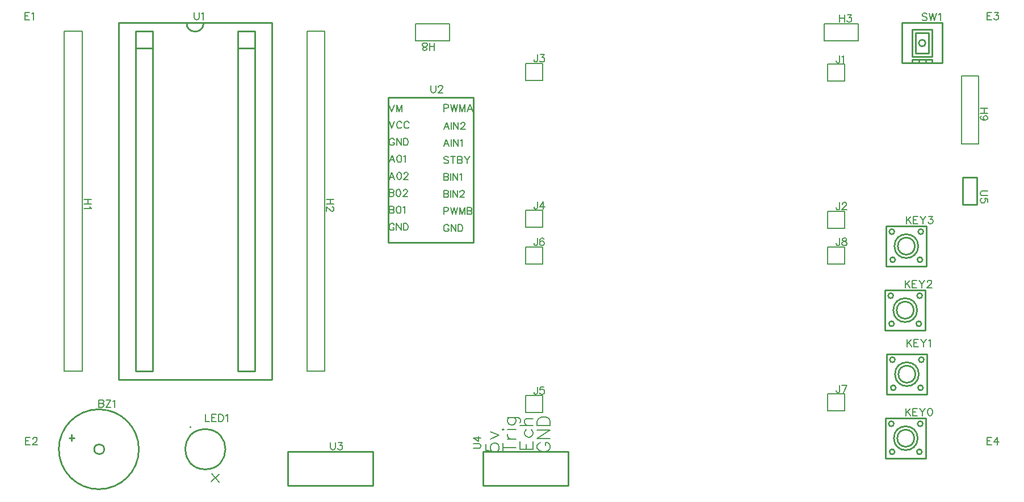
<source format=gto>
G04 Layer: TopSilkscreenLayer*
G04 EasyEDA v6.5.28, 2023-05-24 19:42:16*
G04 Gerber Generator version 0.2*
G04 Scale: 100 percent, Rotated: No, Reflected: No *
G04 Dimensions in millimeters *
G04 leading zeros omitted , absolute positions ,4 integer and 5 decimal *
%FSLAX45Y45*%
%MOMM*%

%ADD10C,0.1524*%
%ADD11C,0.2032*%
%ADD12C,0.2540*%
%ADD13C,0.2030*%

%LPD*%
D10*
X433600Y6795515D02*
G01*
X433600Y6686550D01*
X433600Y6795515D02*
G01*
X501164Y6795515D01*
X433600Y6743700D02*
G01*
X475256Y6743700D01*
X433600Y6686550D02*
G01*
X501164Y6686550D01*
X535454Y6774687D02*
G01*
X545868Y6780021D01*
X561362Y6795515D01*
X561362Y6686550D01*
X446300Y445515D02*
G01*
X446300Y336550D01*
X446300Y445515D02*
G01*
X513864Y445515D01*
X446300Y393700D02*
G01*
X487956Y393700D01*
X446300Y336550D02*
G01*
X513864Y336550D01*
X553234Y419607D02*
G01*
X553234Y424687D01*
X558568Y435102D01*
X563648Y440436D01*
X574062Y445515D01*
X594890Y445515D01*
X605304Y440436D01*
X610384Y435102D01*
X615718Y424687D01*
X615718Y414273D01*
X610384Y403860D01*
X599970Y388365D01*
X548154Y336550D01*
X620798Y336550D01*
X14784600Y6795515D02*
G01*
X14784600Y6686550D01*
X14784600Y6795515D02*
G01*
X14852164Y6795515D01*
X14784600Y6743700D02*
G01*
X14826256Y6743700D01*
X14784600Y6686550D02*
G01*
X14852164Y6686550D01*
X14896868Y6795515D02*
G01*
X14954018Y6795515D01*
X14922776Y6753860D01*
X14938270Y6753860D01*
X14948684Y6748779D01*
X14954018Y6743700D01*
X14959098Y6727952D01*
X14959098Y6717537D01*
X14954018Y6702044D01*
X14943604Y6691629D01*
X14928110Y6686550D01*
X14912362Y6686550D01*
X14896868Y6691629D01*
X14891534Y6696710D01*
X14886454Y6707123D01*
X14784600Y445515D02*
G01*
X14784600Y336550D01*
X14784600Y445515D02*
G01*
X14852164Y445515D01*
X14784600Y393700D02*
G01*
X14826256Y393700D01*
X14784600Y336550D02*
G01*
X14852164Y336550D01*
X14938270Y445515D02*
G01*
X14886454Y372871D01*
X14964432Y372871D01*
X14938270Y445515D02*
G01*
X14938270Y336550D01*
X1536700Y1004315D02*
G01*
X1536700Y895350D01*
X1536700Y1004315D02*
G01*
X1583436Y1004315D01*
X1598929Y999236D01*
X1604263Y993902D01*
X1609344Y983487D01*
X1609344Y973073D01*
X1604263Y962660D01*
X1598929Y957579D01*
X1583436Y952500D01*
X1536700Y952500D02*
G01*
X1583436Y952500D01*
X1598929Y947165D01*
X1604263Y942086D01*
X1609344Y931671D01*
X1609344Y915923D01*
X1604263Y905510D01*
X1598929Y900429D01*
X1583436Y895350D01*
X1536700Y895350D01*
X1716531Y1004315D02*
G01*
X1643634Y895350D01*
X1643634Y1004315D02*
G01*
X1716531Y1004315D01*
X1643634Y895350D02*
G01*
X1716531Y895350D01*
X1750821Y983487D02*
G01*
X1761236Y988821D01*
X1776729Y1004315D01*
X1776729Y895350D01*
X1423415Y4000500D02*
G01*
X1314450Y4000500D01*
X1423415Y3927855D02*
G01*
X1314450Y3927855D01*
X1371600Y4000500D02*
G01*
X1371600Y3927855D01*
X1402587Y3893565D02*
G01*
X1407921Y3883152D01*
X1423415Y3867404D01*
X1314450Y3867404D01*
X5042915Y4000500D02*
G01*
X4933950Y4000500D01*
X5042915Y3927855D02*
G01*
X4933950Y3927855D01*
X4991100Y4000500D02*
G01*
X4991100Y3927855D01*
X5017008Y3888231D02*
G01*
X5022088Y3888231D01*
X5032502Y3883152D01*
X5037836Y3877818D01*
X5042915Y3867404D01*
X5042915Y3846829D01*
X5037836Y3836415D01*
X5032502Y3831081D01*
X5022088Y3826002D01*
X5011674Y3826002D01*
X5001259Y3831081D01*
X4985765Y3841495D01*
X4933950Y3893565D01*
X4933950Y3820668D01*
X12585700Y6762495D02*
G01*
X12585700Y6653529D01*
X12658343Y6762495D02*
G01*
X12658343Y6653529D01*
X12585700Y6710679D02*
G01*
X12658343Y6710679D01*
X12703047Y6762495D02*
G01*
X12760197Y6762495D01*
X12729209Y6720839D01*
X12744704Y6720839D01*
X12755118Y6715760D01*
X12760197Y6710679D01*
X12765531Y6694931D01*
X12765531Y6684518D01*
X12760197Y6669023D01*
X12749784Y6658610D01*
X12734290Y6653529D01*
X12718795Y6653529D01*
X12703047Y6658610D01*
X12697968Y6663689D01*
X12692634Y6674104D01*
X6540500Y6229604D02*
G01*
X6540500Y6338570D01*
X6467856Y6229604D02*
G01*
X6467856Y6338570D01*
X6540500Y6281420D02*
G01*
X6467856Y6281420D01*
X6407404Y6229604D02*
G01*
X6423152Y6234684D01*
X6428231Y6245097D01*
X6428231Y6255512D01*
X6423152Y6265926D01*
X6412738Y6271260D01*
X6391909Y6276339D01*
X6376415Y6281420D01*
X6366002Y6291834D01*
X6360668Y6302247D01*
X6360668Y6317995D01*
X6366002Y6328410D01*
X6371081Y6333489D01*
X6386829Y6338570D01*
X6407404Y6338570D01*
X6423152Y6333489D01*
X6428231Y6328410D01*
X6433565Y6317995D01*
X6433565Y6302247D01*
X6428231Y6291834D01*
X6417818Y6281420D01*
X6402324Y6276339D01*
X6381495Y6271260D01*
X6371081Y6265926D01*
X6366002Y6255512D01*
X6366002Y6245097D01*
X6371081Y6234684D01*
X6386829Y6229604D01*
X6407404Y6229604D01*
X14796516Y5359400D02*
G01*
X14687550Y5359400D01*
X14796516Y5286755D02*
G01*
X14687550Y5286755D01*
X14744700Y5359400D02*
G01*
X14744700Y5286755D01*
X14760193Y5184902D02*
G01*
X14744700Y5189981D01*
X14734286Y5200395D01*
X14728952Y5215889D01*
X14728952Y5221223D01*
X14734286Y5236718D01*
X14744700Y5247131D01*
X14760193Y5252465D01*
X14765274Y5252465D01*
X14781022Y5247131D01*
X14791436Y5236718D01*
X14796516Y5221223D01*
X14796516Y5215889D01*
X14791436Y5200395D01*
X14781022Y5189981D01*
X14760193Y5184902D01*
X14734286Y5184902D01*
X14708124Y5189981D01*
X14692629Y5200395D01*
X14687550Y5215889D01*
X14687550Y5226304D01*
X14692629Y5242052D01*
X14703043Y5247131D01*
X12586970Y6150355D02*
G01*
X12586970Y6067297D01*
X12581636Y6051550D01*
X12576556Y6046470D01*
X12566141Y6041389D01*
X12555727Y6041389D01*
X12545313Y6046470D01*
X12539979Y6051550D01*
X12534900Y6067297D01*
X12534900Y6077712D01*
X12621259Y6129528D02*
G01*
X12631420Y6134862D01*
X12647168Y6150355D01*
X12647168Y6041389D01*
X12586970Y3953255D02*
G01*
X12586970Y3870197D01*
X12581636Y3854450D01*
X12576556Y3849370D01*
X12566141Y3844289D01*
X12555727Y3844289D01*
X12545313Y3849370D01*
X12539979Y3854450D01*
X12534900Y3870197D01*
X12534900Y3880612D01*
X12626340Y3927347D02*
G01*
X12626340Y3932428D01*
X12631420Y3942842D01*
X12636754Y3948176D01*
X12647168Y3953255D01*
X12667995Y3953255D01*
X12678409Y3948176D01*
X12683490Y3942842D01*
X12688570Y3932428D01*
X12688570Y3922013D01*
X12683490Y3911600D01*
X12673075Y3896105D01*
X12621259Y3844289D01*
X12693904Y3844289D01*
X8078470Y6163055D02*
G01*
X8078470Y6079997D01*
X8073136Y6064250D01*
X8068056Y6059170D01*
X8057641Y6054089D01*
X8047227Y6054089D01*
X8036813Y6059170D01*
X8031479Y6064250D01*
X8026400Y6079997D01*
X8026400Y6090412D01*
X8122920Y6163055D02*
G01*
X8180070Y6163055D01*
X8149081Y6121400D01*
X8164575Y6121400D01*
X8174990Y6116320D01*
X8180070Y6111239D01*
X8185404Y6095492D01*
X8185404Y6085078D01*
X8180070Y6069584D01*
X8169909Y6059170D01*
X8154161Y6054089D01*
X8138668Y6054089D01*
X8122920Y6059170D01*
X8117840Y6064250D01*
X8112759Y6074663D01*
X8078470Y3965955D02*
G01*
X8078470Y3882897D01*
X8073136Y3867150D01*
X8068056Y3862070D01*
X8057641Y3856989D01*
X8047227Y3856989D01*
X8036813Y3862070D01*
X8031479Y3867150D01*
X8026400Y3882897D01*
X8026400Y3893312D01*
X8164575Y3965955D02*
G01*
X8112759Y3893312D01*
X8190484Y3893312D01*
X8164575Y3965955D02*
G01*
X8164575Y3856989D01*
X8078470Y1197355D02*
G01*
X8078470Y1114297D01*
X8073136Y1098550D01*
X8068056Y1093470D01*
X8057641Y1088389D01*
X8047227Y1088389D01*
X8036813Y1093470D01*
X8031479Y1098550D01*
X8026400Y1114297D01*
X8026400Y1124712D01*
X8174990Y1197355D02*
G01*
X8122920Y1197355D01*
X8117840Y1150620D01*
X8122920Y1155700D01*
X8138668Y1161034D01*
X8154161Y1161034D01*
X8169909Y1155700D01*
X8180070Y1145539D01*
X8185404Y1129792D01*
X8185404Y1119378D01*
X8180070Y1103884D01*
X8169909Y1093470D01*
X8154161Y1088389D01*
X8138668Y1088389D01*
X8122920Y1093470D01*
X8117840Y1098550D01*
X8112759Y1108963D01*
X8078470Y3419855D02*
G01*
X8078470Y3336797D01*
X8073136Y3321050D01*
X8068056Y3315970D01*
X8057641Y3310889D01*
X8047227Y3310889D01*
X8036813Y3315970D01*
X8031479Y3321050D01*
X8026400Y3336797D01*
X8026400Y3347212D01*
X8174990Y3404362D02*
G01*
X8169909Y3414776D01*
X8154161Y3419855D01*
X8143747Y3419855D01*
X8128254Y3414776D01*
X8117840Y3399028D01*
X8112759Y3373120D01*
X8112759Y3347212D01*
X8117840Y3326384D01*
X8128254Y3315970D01*
X8143747Y3310889D01*
X8149081Y3310889D01*
X8164575Y3315970D01*
X8174990Y3326384D01*
X8180070Y3341878D01*
X8180070Y3347212D01*
X8174990Y3362705D01*
X8164575Y3373120D01*
X8149081Y3378200D01*
X8143747Y3378200D01*
X8128254Y3373120D01*
X8117840Y3362705D01*
X8112759Y3347212D01*
X12586970Y1222755D02*
G01*
X12586970Y1139697D01*
X12581636Y1123950D01*
X12576556Y1118870D01*
X12566141Y1113789D01*
X12555727Y1113789D01*
X12545313Y1118870D01*
X12539979Y1123950D01*
X12534900Y1139697D01*
X12534900Y1150112D01*
X12693904Y1222755D02*
G01*
X12641834Y1113789D01*
X12621259Y1222755D02*
G01*
X12693904Y1222755D01*
X12586970Y3419855D02*
G01*
X12586970Y3336797D01*
X12581636Y3321050D01*
X12576556Y3315970D01*
X12566141Y3310889D01*
X12555727Y3310889D01*
X12545313Y3315970D01*
X12539979Y3321050D01*
X12534900Y3336797D01*
X12534900Y3347212D01*
X12647168Y3419855D02*
G01*
X12631420Y3414776D01*
X12626340Y3404362D01*
X12626340Y3393947D01*
X12631420Y3383534D01*
X12641834Y3378200D01*
X12662661Y3373120D01*
X12678409Y3368039D01*
X12688570Y3357626D01*
X12693904Y3347212D01*
X12693904Y3331463D01*
X12688570Y3321050D01*
X12683490Y3315970D01*
X12667995Y3310889D01*
X12647168Y3310889D01*
X12631420Y3315970D01*
X12626340Y3321050D01*
X12621259Y3331463D01*
X12621259Y3347212D01*
X12626340Y3357626D01*
X12636754Y3368039D01*
X12652247Y3373120D01*
X12673075Y3378200D01*
X12683490Y3383534D01*
X12688570Y3393947D01*
X12688570Y3404362D01*
X12683490Y3414776D01*
X12667995Y3419855D01*
X12647168Y3419855D01*
X13572053Y877328D02*
G01*
X13572053Y768362D01*
X13644697Y877328D02*
G01*
X13572053Y804684D01*
X13597961Y830592D02*
G01*
X13644697Y768362D01*
X13678987Y877328D02*
G01*
X13678987Y768362D01*
X13678987Y877328D02*
G01*
X13746551Y877328D01*
X13678987Y825512D02*
G01*
X13720643Y825512D01*
X13678987Y768362D02*
G01*
X13746551Y768362D01*
X13780841Y877328D02*
G01*
X13822497Y825512D01*
X13822497Y768362D01*
X13864153Y877328D02*
G01*
X13822497Y825512D01*
X13929431Y877328D02*
G01*
X13913937Y872248D01*
X13903523Y856500D01*
X13898443Y830592D01*
X13898443Y815098D01*
X13903523Y788936D01*
X13913937Y773442D01*
X13929431Y768362D01*
X13939845Y768362D01*
X13955593Y773442D01*
X13965753Y788936D01*
X13971087Y815098D01*
X13971087Y830592D01*
X13965753Y856500D01*
X13955593Y872248D01*
X13939845Y877328D01*
X13929431Y877328D01*
X13589000Y1910250D02*
G01*
X13589000Y1801284D01*
X13661643Y1910250D02*
G01*
X13589000Y1837606D01*
X13614908Y1863514D02*
G01*
X13661643Y1801284D01*
X13695934Y1910250D02*
G01*
X13695934Y1801284D01*
X13695934Y1910250D02*
G01*
X13763497Y1910250D01*
X13695934Y1858434D02*
G01*
X13737590Y1858434D01*
X13695934Y1801284D02*
G01*
X13763497Y1801284D01*
X13797788Y1910250D02*
G01*
X13839443Y1858434D01*
X13839443Y1801284D01*
X13881100Y1910250D02*
G01*
X13839443Y1858434D01*
X13915390Y1889422D02*
G01*
X13925550Y1894756D01*
X13941297Y1910250D01*
X13941297Y1801284D01*
X13563587Y2790794D02*
G01*
X13563587Y2681828D01*
X13636231Y2790794D02*
G01*
X13563587Y2718150D01*
X13589495Y2744058D02*
G01*
X13636231Y2681828D01*
X13670521Y2790794D02*
G01*
X13670521Y2681828D01*
X13670521Y2790794D02*
G01*
X13738085Y2790794D01*
X13670521Y2738978D02*
G01*
X13712177Y2738978D01*
X13670521Y2681828D02*
G01*
X13738085Y2681828D01*
X13772375Y2790794D02*
G01*
X13814031Y2738978D01*
X13814031Y2681828D01*
X13855687Y2790794D02*
G01*
X13814031Y2738978D01*
X13895057Y2764886D02*
G01*
X13895057Y2769966D01*
X13900137Y2780380D01*
X13905471Y2785714D01*
X13915885Y2790794D01*
X13936713Y2790794D01*
X13947127Y2785714D01*
X13952207Y2780380D01*
X13957287Y2769966D01*
X13957287Y2759552D01*
X13952207Y2749138D01*
X13941793Y2733644D01*
X13889977Y2681828D01*
X13962621Y2681828D01*
X13580521Y3747528D02*
G01*
X13580521Y3638562D01*
X13653165Y3747528D02*
G01*
X13580521Y3674884D01*
X13606429Y3700792D02*
G01*
X13653165Y3638562D01*
X13687455Y3747528D02*
G01*
X13687455Y3638562D01*
X13687455Y3747528D02*
G01*
X13755019Y3747528D01*
X13687455Y3695712D02*
G01*
X13729111Y3695712D01*
X13687455Y3638562D02*
G01*
X13755019Y3638562D01*
X13789309Y3747528D02*
G01*
X13830965Y3695712D01*
X13830965Y3638562D01*
X13872621Y3747528D02*
G01*
X13830965Y3695712D01*
X13917071Y3747528D02*
G01*
X13974221Y3747528D01*
X13943233Y3705872D01*
X13958727Y3705872D01*
X13969141Y3700792D01*
X13974221Y3695712D01*
X13979555Y3679964D01*
X13979555Y3669550D01*
X13974221Y3654056D01*
X13964061Y3643642D01*
X13948313Y3638562D01*
X13932819Y3638562D01*
X13917071Y3643642D01*
X13911991Y3648722D01*
X13906911Y3659136D01*
X3124200Y788410D02*
G01*
X3124200Y679444D01*
X3124200Y679444D02*
G01*
X3186429Y679444D01*
X3220720Y788410D02*
G01*
X3220720Y679444D01*
X3220720Y788410D02*
G01*
X3288284Y788410D01*
X3220720Y736594D02*
G01*
X3262375Y736594D01*
X3220720Y679444D02*
G01*
X3288284Y679444D01*
X3322574Y788410D02*
G01*
X3322574Y679444D01*
X3322574Y788410D02*
G01*
X3359150Y788410D01*
X3374643Y783330D01*
X3385058Y772916D01*
X3390138Y762502D01*
X3395472Y746754D01*
X3395472Y720846D01*
X3390138Y705352D01*
X3385058Y694938D01*
X3374643Y684524D01*
X3359150Y679444D01*
X3322574Y679444D01*
X3429761Y767582D02*
G01*
X3440175Y772916D01*
X3455670Y788410D01*
X3455670Y679444D01*
D11*
X3329927Y-222679D02*
G01*
X3216462Y-101005D01*
X3333851Y-105105D02*
G01*
X3212363Y-218394D01*
X2895600Y604514D02*
G01*
X2895600Y599688D01*
X2895600Y599688D02*
G01*
X2898393Y599688D01*
X2899918Y604514D02*
G01*
X2899918Y599688D01*
X2899918Y604514D02*
G01*
X2902965Y604514D01*
X2899918Y602228D02*
G01*
X2901695Y602228D01*
X2899918Y599688D02*
G01*
X2902965Y599688D01*
X2904490Y604514D02*
G01*
X2904490Y599688D01*
X2904490Y604514D02*
G01*
X2906013Y604514D01*
X2906775Y604260D01*
X2907284Y603752D01*
X2907538Y603498D01*
X2907538Y602736D01*
X2907538Y601466D01*
X2907538Y600958D01*
X2907284Y600450D01*
X2906775Y599942D01*
X2906013Y599688D01*
X2904490Y599688D01*
D10*
X13890243Y6767334D02*
G01*
X13879829Y6777748D01*
X13864336Y6782828D01*
X13843508Y6782828D01*
X13828013Y6777748D01*
X13817600Y6767334D01*
X13817600Y6756920D01*
X13822679Y6746506D01*
X13828013Y6741172D01*
X13838427Y6736092D01*
X13869670Y6725678D01*
X13879829Y6720598D01*
X13885163Y6715264D01*
X13890243Y6704850D01*
X13890243Y6689356D01*
X13879829Y6678942D01*
X13864336Y6673862D01*
X13843508Y6673862D01*
X13828013Y6678942D01*
X13817600Y6689356D01*
X13924534Y6782828D02*
G01*
X13950695Y6673862D01*
X13976604Y6782828D02*
G01*
X13950695Y6673862D01*
X13976604Y6782828D02*
G01*
X14002511Y6673862D01*
X14028420Y6782828D02*
G01*
X14002511Y6673862D01*
X14062709Y6762000D02*
G01*
X14073124Y6767334D01*
X14088872Y6782828D01*
X14088872Y6673862D01*
X2959100Y6795515D02*
G01*
X2959100Y6717537D01*
X2964179Y6702044D01*
X2974593Y6691629D01*
X2990341Y6686550D01*
X3000756Y6686550D01*
X3016250Y6691629D01*
X3026663Y6702044D01*
X3031743Y6717537D01*
X3031743Y6795515D01*
X3066034Y6774687D02*
G01*
X3076447Y6780021D01*
X3092195Y6795515D01*
X3092195Y6686550D01*
X6489700Y5703315D02*
G01*
X6489700Y5625337D01*
X6494779Y5609844D01*
X6505193Y5599429D01*
X6520941Y5594350D01*
X6531356Y5594350D01*
X6546850Y5599429D01*
X6557263Y5609844D01*
X6562343Y5625337D01*
X6562343Y5703315D01*
X6601968Y5677407D02*
G01*
X6601968Y5682487D01*
X6607047Y5692902D01*
X6612381Y5698236D01*
X6622795Y5703315D01*
X6643370Y5703315D01*
X6653784Y5698236D01*
X6659118Y5692902D01*
X6664197Y5682487D01*
X6664197Y5672073D01*
X6659118Y5661660D01*
X6648704Y5646165D01*
X6596634Y5594350D01*
X6669531Y5594350D01*
D11*
X5863336Y5416804D02*
G01*
X5903213Y5311902D01*
X5943345Y5416804D02*
G01*
X5903213Y5311902D01*
X5976365Y5416804D02*
G01*
X5976365Y5311902D01*
X5976365Y5416804D02*
G01*
X6016243Y5311902D01*
X6056375Y5416804D02*
G01*
X6016243Y5311902D01*
X6056375Y5416804D02*
G01*
X6056375Y5311902D01*
X5867400Y5167376D02*
G01*
X5907277Y5062473D01*
X5947409Y5167376D02*
G01*
X5907277Y5062473D01*
X6055359Y5142484D02*
G01*
X6050279Y5152389D01*
X6040374Y5162550D01*
X6030468Y5167376D01*
X6010402Y5167376D01*
X6000495Y5162550D01*
X5990336Y5152389D01*
X5985509Y5142484D01*
X5980429Y5127497D01*
X5980429Y5102352D01*
X5985509Y5087365D01*
X5990336Y5077460D01*
X6000495Y5067554D01*
X6010402Y5062473D01*
X6030468Y5062473D01*
X6040374Y5067554D01*
X6050279Y5077460D01*
X6055359Y5087365D01*
X6163309Y5142484D02*
G01*
X6158484Y5152389D01*
X6148324Y5162550D01*
X6138418Y5167376D01*
X6118352Y5167376D01*
X6108445Y5162550D01*
X6098286Y5152389D01*
X6093459Y5142484D01*
X6088379Y5127497D01*
X6088379Y5102352D01*
X6093459Y5087365D01*
X6098286Y5077460D01*
X6108445Y5067554D01*
X6118352Y5062473D01*
X6138418Y5062473D01*
X6148324Y5067554D01*
X6158484Y5077460D01*
X6163309Y5087365D01*
X5944361Y4888484D02*
G01*
X5939536Y4898389D01*
X5929375Y4908550D01*
X5919470Y4913376D01*
X5899404Y4913376D01*
X5889497Y4908550D01*
X5879338Y4898389D01*
X5874511Y4888484D01*
X5869431Y4873497D01*
X5869431Y4848352D01*
X5874511Y4833365D01*
X5879338Y4823460D01*
X5889497Y4813554D01*
X5899404Y4808473D01*
X5919470Y4808473D01*
X5929375Y4813554D01*
X5939536Y4823460D01*
X5944361Y4833365D01*
X5944361Y4848352D01*
X5919470Y4848352D02*
G01*
X5944361Y4848352D01*
X5977381Y4913376D02*
G01*
X5977381Y4808473D01*
X5977381Y4913376D02*
G01*
X6047486Y4808473D01*
X6047486Y4913376D02*
G01*
X6047486Y4808473D01*
X6080506Y4913376D02*
G01*
X6080506Y4808473D01*
X6080506Y4913376D02*
G01*
X6115558Y4913376D01*
X6130543Y4908550D01*
X6140450Y4898389D01*
X6145529Y4888484D01*
X6150356Y4873497D01*
X6150356Y4848352D01*
X6145529Y4833365D01*
X6140450Y4823460D01*
X6130543Y4813554D01*
X6115558Y4808473D01*
X6080506Y4808473D01*
X5909309Y4659376D02*
G01*
X5869431Y4554473D01*
X5909309Y4659376D02*
G01*
X5949441Y4554473D01*
X5884418Y4589526D02*
G01*
X5934456Y4589526D01*
X6012434Y4659376D02*
G01*
X5997447Y4654550D01*
X5987541Y4639310D01*
X5982461Y4614418D01*
X5982461Y4599431D01*
X5987541Y4574539D01*
X5997447Y4559554D01*
X6012434Y4554473D01*
X6022340Y4554473D01*
X6037325Y4559554D01*
X6047486Y4574539D01*
X6052311Y4599431D01*
X6052311Y4614418D01*
X6047486Y4639310D01*
X6037325Y4654550D01*
X6022340Y4659376D01*
X6012434Y4659376D01*
X6085331Y4639310D02*
G01*
X6095491Y4644389D01*
X6110477Y4659376D01*
X6110477Y4554473D01*
X5907277Y4403344D02*
G01*
X5867400Y4298442D01*
X5907277Y4403344D02*
G01*
X5947409Y4298442D01*
X5882386Y4333494D02*
G01*
X5932424Y4333494D01*
X6010402Y4403344D02*
G01*
X5995415Y4398518D01*
X5985509Y4383278D01*
X5980429Y4358386D01*
X5980429Y4343400D01*
X5985509Y4318507D01*
X5995415Y4303521D01*
X6010402Y4298442D01*
X6020308Y4298442D01*
X6035293Y4303521D01*
X6045454Y4318507D01*
X6050279Y4343400D01*
X6050279Y4358386D01*
X6045454Y4383278D01*
X6035293Y4398518D01*
X6020308Y4403344D01*
X6010402Y4403344D01*
X6088379Y4378452D02*
G01*
X6088379Y4383278D01*
X6093459Y4393437D01*
X6098286Y4398518D01*
X6108445Y4403344D01*
X6128511Y4403344D01*
X6138418Y4398518D01*
X6143497Y4393437D01*
X6148324Y4383278D01*
X6148324Y4373371D01*
X6143497Y4363465D01*
X6133338Y4348479D01*
X6083300Y4298442D01*
X6153404Y4298442D01*
X5867400Y4149344D02*
G01*
X5867400Y4044442D01*
X5867400Y4149344D02*
G01*
X5912358Y4149344D01*
X5927343Y4144518D01*
X5932424Y4139437D01*
X5937504Y4129278D01*
X5937504Y4119371D01*
X5932424Y4109465D01*
X5927343Y4104386D01*
X5912358Y4099305D01*
X5867400Y4099305D02*
G01*
X5912358Y4099305D01*
X5927343Y4094479D01*
X5932424Y4089400D01*
X5937504Y4079494D01*
X5937504Y4064507D01*
X5932424Y4054347D01*
X5927343Y4049521D01*
X5912358Y4044442D01*
X5867400Y4044442D01*
X6000495Y4149344D02*
G01*
X5985509Y4144518D01*
X5975350Y4129278D01*
X5970524Y4104386D01*
X5970524Y4089400D01*
X5975350Y4064507D01*
X5985509Y4049521D01*
X6000495Y4044442D01*
X6010402Y4044442D01*
X6025388Y4049521D01*
X6035293Y4064507D01*
X6040374Y4089400D01*
X6040374Y4104386D01*
X6035293Y4129278D01*
X6025388Y4144518D01*
X6010402Y4149344D01*
X6000495Y4149344D01*
X6078474Y4124452D02*
G01*
X6078474Y4129278D01*
X6083300Y4139437D01*
X6088379Y4144518D01*
X6098286Y4149344D01*
X6118352Y4149344D01*
X6128511Y4144518D01*
X6133338Y4139437D01*
X6138418Y4129278D01*
X6138418Y4119371D01*
X6133338Y4109465D01*
X6123431Y4094479D01*
X6073393Y4044442D01*
X6143497Y4044442D01*
X5869431Y3897376D02*
G01*
X5869431Y3792473D01*
X5869431Y3897376D02*
G01*
X5914390Y3897376D01*
X5929375Y3892550D01*
X5934456Y3887470D01*
X5939536Y3877310D01*
X5939536Y3867404D01*
X5934456Y3857497D01*
X5929375Y3852418D01*
X5914390Y3847337D01*
X5869431Y3847337D02*
G01*
X5914390Y3847337D01*
X5929375Y3842512D01*
X5934456Y3837431D01*
X5939536Y3827526D01*
X5939536Y3812539D01*
X5934456Y3802379D01*
X5929375Y3797554D01*
X5914390Y3792473D01*
X5869431Y3792473D01*
X6002527Y3897376D02*
G01*
X5987541Y3892550D01*
X5977381Y3877310D01*
X5972556Y3852418D01*
X5972556Y3837431D01*
X5977381Y3812539D01*
X5987541Y3797554D01*
X6002527Y3792473D01*
X6012434Y3792473D01*
X6027420Y3797554D01*
X6037325Y3812539D01*
X6042406Y3837431D01*
X6042406Y3852418D01*
X6037325Y3877310D01*
X6027420Y3892550D01*
X6012434Y3897376D01*
X6002527Y3897376D01*
X6075425Y3877310D02*
G01*
X6085331Y3882389D01*
X6100318Y3897376D01*
X6100318Y3792473D01*
X5942329Y3618484D02*
G01*
X5937504Y3628389D01*
X5927343Y3638550D01*
X5917438Y3643376D01*
X5897372Y3643376D01*
X5887465Y3638550D01*
X5877306Y3628389D01*
X5872479Y3618484D01*
X5867400Y3603497D01*
X5867400Y3578352D01*
X5872479Y3563365D01*
X5877306Y3553460D01*
X5887465Y3543554D01*
X5897372Y3538473D01*
X5917438Y3538473D01*
X5927343Y3543554D01*
X5937504Y3553460D01*
X5942329Y3563365D01*
X5942329Y3578352D01*
X5917438Y3578352D02*
G01*
X5942329Y3578352D01*
X5975350Y3643376D02*
G01*
X5975350Y3538473D01*
X5975350Y3643376D02*
G01*
X6045454Y3538473D01*
X6045454Y3643376D02*
G01*
X6045454Y3538473D01*
X6078474Y3643376D02*
G01*
X6078474Y3538473D01*
X6078474Y3643376D02*
G01*
X6113525Y3643376D01*
X6128511Y3638550D01*
X6138418Y3628389D01*
X6143497Y3618484D01*
X6148324Y3603497D01*
X6148324Y3578352D01*
X6143497Y3563365D01*
X6138418Y3553460D01*
X6128511Y3543554D01*
X6113525Y3538473D01*
X6078474Y3538473D01*
X6682209Y5418711D02*
G01*
X6682209Y5313809D01*
X6682209Y5418711D02*
G01*
X6727167Y5418711D01*
X6742153Y5413885D01*
X6747233Y5408805D01*
X6752313Y5398645D01*
X6752313Y5383659D01*
X6747233Y5373753D01*
X6742153Y5368673D01*
X6727167Y5363847D01*
X6682209Y5363847D01*
X6785333Y5418711D02*
G01*
X6810225Y5313809D01*
X6835117Y5418711D02*
G01*
X6810225Y5313809D01*
X6835117Y5418711D02*
G01*
X6860263Y5313809D01*
X6885155Y5418711D02*
G01*
X6860263Y5313809D01*
X6918175Y5418711D02*
G01*
X6918175Y5313809D01*
X6918175Y5418711D02*
G01*
X6958307Y5313809D01*
X6998185Y5418711D02*
G01*
X6958307Y5313809D01*
X6998185Y5418711D02*
G01*
X6998185Y5313809D01*
X7071083Y5418711D02*
G01*
X7031205Y5313809D01*
X7071083Y5418711D02*
G01*
X7111215Y5313809D01*
X7046191Y5348861D02*
G01*
X7096229Y5348861D01*
X6722109Y5150612D02*
G01*
X6682231Y5045710D01*
X6722109Y5150612D02*
G01*
X6762241Y5045710D01*
X6697218Y5080762D02*
G01*
X6747256Y5080762D01*
X6795261Y5150612D02*
G01*
X6795261Y5045710D01*
X6828281Y5150612D02*
G01*
X6828281Y5045710D01*
X6828281Y5150612D02*
G01*
X6898131Y5045710D01*
X6898131Y5150612D02*
G01*
X6898131Y5045710D01*
X6936231Y5125720D02*
G01*
X6936231Y5130545D01*
X6941311Y5140705D01*
X6946138Y5145786D01*
X6956297Y5150612D01*
X6976109Y5150612D01*
X6986270Y5145786D01*
X6991350Y5140705D01*
X6996175Y5130545D01*
X6996175Y5120639D01*
X6991350Y5110734D01*
X6981190Y5095747D01*
X6931152Y5045710D01*
X7001256Y5045710D01*
X6720077Y4898644D02*
G01*
X6680200Y4793742D01*
X6720077Y4898644D02*
G01*
X6760209Y4793742D01*
X6695186Y4828794D02*
G01*
X6745224Y4828794D01*
X6793229Y4898644D02*
G01*
X6793229Y4793742D01*
X6826250Y4898644D02*
G01*
X6826250Y4793742D01*
X6826250Y4898644D02*
G01*
X6896100Y4793742D01*
X6896100Y4898644D02*
G01*
X6896100Y4793742D01*
X6929120Y4878578D02*
G01*
X6939279Y4883657D01*
X6954265Y4898644D01*
X6954265Y4793742D01*
X6752336Y4627626D02*
G01*
X6742175Y4637786D01*
X6727190Y4642612D01*
X6707124Y4642612D01*
X6692138Y4637786D01*
X6682231Y4627626D01*
X6682231Y4617720D01*
X6687311Y4607560D01*
X6692138Y4602734D01*
X6702297Y4597654D01*
X6732270Y4587747D01*
X6742175Y4582668D01*
X6747256Y4577587D01*
X6752336Y4567681D01*
X6752336Y4552695D01*
X6742175Y4542789D01*
X6727190Y4537710D01*
X6707124Y4537710D01*
X6692138Y4542789D01*
X6682231Y4552695D01*
X6820154Y4642612D02*
G01*
X6820154Y4537710D01*
X6785356Y4642612D02*
G01*
X6855206Y4642612D01*
X6888225Y4642612D02*
G01*
X6888225Y4537710D01*
X6888225Y4642612D02*
G01*
X6933184Y4642612D01*
X6948170Y4637786D01*
X6953250Y4632705D01*
X6958329Y4622545D01*
X6958329Y4612639D01*
X6953250Y4602734D01*
X6948170Y4597654D01*
X6933184Y4592573D01*
X6888225Y4592573D02*
G01*
X6933184Y4592573D01*
X6948170Y4587747D01*
X6953250Y4582668D01*
X6958329Y4572762D01*
X6958329Y4557776D01*
X6953250Y4547615D01*
X6948170Y4542789D01*
X6933184Y4537710D01*
X6888225Y4537710D01*
X6991350Y4642612D02*
G01*
X7031227Y4592573D01*
X7031227Y4537710D01*
X7071106Y4642612D02*
G01*
X7031227Y4592573D01*
X6680200Y4388612D02*
G01*
X6680200Y4283710D01*
X6680200Y4388612D02*
G01*
X6725158Y4388612D01*
X6740143Y4383786D01*
X6745224Y4378705D01*
X6750304Y4368545D01*
X6750304Y4358639D01*
X6745224Y4348734D01*
X6740143Y4343654D01*
X6725158Y4338573D01*
X6680200Y4338573D02*
G01*
X6725158Y4338573D01*
X6740143Y4333747D01*
X6745224Y4328668D01*
X6750304Y4318762D01*
X6750304Y4303776D01*
X6745224Y4293615D01*
X6740143Y4288789D01*
X6725158Y4283710D01*
X6680200Y4283710D01*
X6783324Y4388612D02*
G01*
X6783324Y4283710D01*
X6816090Y4388612D02*
G01*
X6816090Y4283710D01*
X6816090Y4388612D02*
G01*
X6886193Y4283710D01*
X6886193Y4388612D02*
G01*
X6886193Y4283710D01*
X6919213Y4368545D02*
G01*
X6929120Y4373626D01*
X6944106Y4388612D01*
X6944106Y4283710D01*
X6680200Y4134612D02*
G01*
X6680200Y4029710D01*
X6680200Y4134612D02*
G01*
X6725158Y4134612D01*
X6740143Y4129786D01*
X6745224Y4124705D01*
X6750304Y4114545D01*
X6750304Y4104639D01*
X6745224Y4094734D01*
X6740143Y4089654D01*
X6725158Y4084573D01*
X6680200Y4084573D02*
G01*
X6725158Y4084573D01*
X6740143Y4079747D01*
X6745224Y4074668D01*
X6750304Y4064762D01*
X6750304Y4049776D01*
X6745224Y4039615D01*
X6740143Y4034789D01*
X6725158Y4029710D01*
X6680200Y4029710D01*
X6783324Y4134612D02*
G01*
X6783324Y4029710D01*
X6816090Y4134612D02*
G01*
X6816090Y4029710D01*
X6816090Y4134612D02*
G01*
X6886193Y4029710D01*
X6886193Y4134612D02*
G01*
X6886193Y4029710D01*
X6924293Y4109720D02*
G01*
X6924293Y4114545D01*
X6929120Y4124705D01*
X6934200Y4129786D01*
X6944106Y4134612D01*
X6964172Y4134612D01*
X6974077Y4129786D01*
X6979158Y4124705D01*
X6984238Y4114545D01*
X6984238Y4104639D01*
X6979158Y4094734D01*
X6969252Y4079747D01*
X6919213Y4029710D01*
X6989318Y4029710D01*
X6680200Y3880612D02*
G01*
X6680200Y3775710D01*
X6680200Y3880612D02*
G01*
X6725158Y3880612D01*
X6740143Y3875786D01*
X6745224Y3870705D01*
X6750304Y3860545D01*
X6750304Y3845560D01*
X6745224Y3835654D01*
X6740143Y3830573D01*
X6725158Y3825747D01*
X6680200Y3825747D01*
X6783324Y3880612D02*
G01*
X6808215Y3775710D01*
X6833108Y3880612D02*
G01*
X6808215Y3775710D01*
X6833108Y3880612D02*
G01*
X6858254Y3775710D01*
X6883145Y3880612D02*
G01*
X6858254Y3775710D01*
X6916165Y3880612D02*
G01*
X6916165Y3775710D01*
X6916165Y3880612D02*
G01*
X6956297Y3775710D01*
X6996175Y3880612D02*
G01*
X6956297Y3775710D01*
X6996175Y3880612D02*
G01*
X6996175Y3775710D01*
X7029195Y3880612D02*
G01*
X7029195Y3775710D01*
X7029195Y3880612D02*
G01*
X7074154Y3880612D01*
X7089140Y3875786D01*
X7094220Y3870705D01*
X7099300Y3860545D01*
X7099300Y3850639D01*
X7094220Y3840734D01*
X7089140Y3835654D01*
X7074154Y3830573D01*
X7029195Y3830573D02*
G01*
X7074154Y3830573D01*
X7089140Y3825747D01*
X7094220Y3820668D01*
X7099300Y3810762D01*
X7099300Y3795776D01*
X7094220Y3785615D01*
X7089140Y3780789D01*
X7074154Y3775710D01*
X7029195Y3775710D01*
X6757161Y3601720D02*
G01*
X6752336Y3611626D01*
X6742175Y3621786D01*
X6732270Y3626612D01*
X6712204Y3626612D01*
X6702297Y3621786D01*
X6692138Y3611626D01*
X6687311Y3601720D01*
X6682231Y3586734D01*
X6682231Y3561587D01*
X6687311Y3546602D01*
X6692138Y3536695D01*
X6702297Y3526789D01*
X6712204Y3521710D01*
X6732270Y3521710D01*
X6742175Y3526789D01*
X6752336Y3536695D01*
X6757161Y3546602D01*
X6757161Y3561587D01*
X6732270Y3561587D02*
G01*
X6757161Y3561587D01*
X6790181Y3626612D02*
G01*
X6790181Y3521710D01*
X6790181Y3626612D02*
G01*
X6860286Y3521710D01*
X6860286Y3626612D02*
G01*
X6860286Y3521710D01*
X6893306Y3626612D02*
G01*
X6893306Y3521710D01*
X6893306Y3626612D02*
G01*
X6928358Y3626612D01*
X6943343Y3621786D01*
X6953250Y3611626D01*
X6958329Y3601720D01*
X6963156Y3586734D01*
X6963156Y3561587D01*
X6958329Y3546602D01*
X6953250Y3536695D01*
X6943343Y3526789D01*
X6928358Y3521710D01*
X6893306Y3521710D01*
D10*
X4991100Y369315D02*
G01*
X4991100Y291337D01*
X4996179Y275844D01*
X5006593Y265429D01*
X5022341Y260350D01*
X5032756Y260350D01*
X5048250Y265429D01*
X5058663Y275844D01*
X5063743Y291337D01*
X5063743Y369315D01*
X5108447Y369315D02*
G01*
X5165597Y369315D01*
X5134609Y327660D01*
X5150104Y327660D01*
X5160518Y322579D01*
X5165597Y317500D01*
X5170931Y301752D01*
X5170931Y291337D01*
X5165597Y275844D01*
X5155184Y265429D01*
X5139690Y260350D01*
X5124195Y260350D01*
X5108447Y265429D01*
X5103368Y270510D01*
X5098034Y280923D01*
X7123684Y279400D02*
G01*
X7201661Y279400D01*
X7217156Y284479D01*
X7227570Y294894D01*
X7232650Y310642D01*
X7232650Y321055D01*
X7227570Y336550D01*
X7217156Y346963D01*
X7201661Y352044D01*
X7123684Y352044D01*
X7123684Y438404D02*
G01*
X7196327Y386334D01*
X7196327Y464312D01*
X7123684Y438404D02*
G01*
X7232650Y438404D01*
D11*
X7313422Y339344D02*
G01*
X7313422Y247142D01*
X7396479Y237744D01*
X7387336Y247142D01*
X7377938Y274828D01*
X7377938Y302513D01*
X7387336Y330200D01*
X7405624Y348742D01*
X7433309Y357886D01*
X7451852Y357886D01*
X7479538Y348742D01*
X7498079Y330200D01*
X7507224Y302513D01*
X7507224Y274828D01*
X7498079Y247142D01*
X7488936Y237744D01*
X7470393Y228600D01*
X7377938Y418845D02*
G01*
X7507224Y474218D01*
X7377938Y529589D02*
G01*
X7507224Y474218D01*
X8121650Y367029D02*
G01*
X8103108Y357886D01*
X8084565Y339344D01*
X8075422Y321055D01*
X8075422Y283971D01*
X8084565Y265429D01*
X8103108Y247142D01*
X8121650Y237744D01*
X8149336Y228600D01*
X8195309Y228600D01*
X8223250Y237744D01*
X8241538Y247142D01*
X8260079Y265429D01*
X8269224Y283971D01*
X8269224Y321055D01*
X8260079Y339344D01*
X8241538Y357886D01*
X8223250Y367029D01*
X8195309Y367029D01*
X8195309Y321055D02*
G01*
X8195309Y367029D01*
X8075422Y427989D02*
G01*
X8269224Y427989D01*
X8075422Y427989D02*
G01*
X8269224Y557529D01*
X8075422Y557529D02*
G01*
X8269224Y557529D01*
X8075422Y618489D02*
G01*
X8269224Y618489D01*
X8075422Y618489D02*
G01*
X8075422Y683005D01*
X8084565Y710692D01*
X8103108Y729234D01*
X8121650Y738378D01*
X8149336Y747776D01*
X8195309Y747776D01*
X8223250Y738378D01*
X8241538Y729234D01*
X8260079Y710692D01*
X8269224Y683005D01*
X8269224Y618489D01*
X7567422Y293370D02*
G01*
X7761224Y293370D01*
X7567422Y228600D02*
G01*
X7567422Y357886D01*
X7631938Y418845D02*
G01*
X7761224Y418845D01*
X7687309Y418845D02*
G01*
X7659624Y427989D01*
X7641336Y446531D01*
X7631938Y465073D01*
X7631938Y492760D01*
X7567422Y553720D02*
G01*
X7576565Y562863D01*
X7567422Y572262D01*
X7558024Y562863D01*
X7567422Y553720D01*
X7631938Y562863D02*
G01*
X7761224Y562863D01*
X7631938Y743965D02*
G01*
X7779765Y743965D01*
X7807452Y734821D01*
X7816850Y725423D01*
X7825993Y707136D01*
X7825993Y679450D01*
X7816850Y660907D01*
X7659624Y743965D02*
G01*
X7641336Y725423D01*
X7631938Y707136D01*
X7631938Y679450D01*
X7641336Y660907D01*
X7659624Y642365D01*
X7687309Y633221D01*
X7705852Y633221D01*
X7733538Y642365D01*
X7752079Y660907D01*
X7761224Y679450D01*
X7761224Y707136D01*
X7752079Y725423D01*
X7733538Y743965D01*
X7821422Y266700D02*
G01*
X8015224Y266700D01*
X7821422Y266700D02*
G01*
X7821422Y386842D01*
X7913624Y266700D02*
G01*
X7913624Y340613D01*
X8015224Y266700D02*
G01*
X8015224Y386842D01*
X7913624Y558545D02*
G01*
X7895336Y540004D01*
X7885938Y521715D01*
X7885938Y494029D01*
X7895336Y475487D01*
X7913624Y456945D01*
X7941309Y447802D01*
X7959852Y447802D01*
X7987538Y456945D01*
X8006079Y475487D01*
X8015224Y494029D01*
X8015224Y521715D01*
X8006079Y540004D01*
X7987538Y558545D01*
X7821422Y619505D02*
G01*
X8015224Y619505D01*
X7923022Y619505D02*
G01*
X7895336Y647192D01*
X7885938Y665734D01*
X7885938Y693420D01*
X7895336Y711962D01*
X7923022Y721105D01*
X8015224Y721105D01*
D10*
X14797018Y4127500D02*
G01*
X14719040Y4127500D01*
X14703546Y4122420D01*
X14693132Y4112005D01*
X14688052Y4096257D01*
X14688052Y4085844D01*
X14693132Y4070350D01*
X14703546Y4059936D01*
X14719040Y4054855D01*
X14797018Y4054855D01*
X14797018Y3958081D02*
G01*
X14797018Y4010152D01*
X14750282Y4015231D01*
X14755362Y4010152D01*
X14760696Y3994404D01*
X14760696Y3978910D01*
X14755362Y3963415D01*
X14745202Y3953002D01*
X14729454Y3947668D01*
X14719040Y3947668D01*
X14703546Y3953002D01*
X14693132Y3963415D01*
X14688052Y3978910D01*
X14688052Y3994404D01*
X14693132Y4010152D01*
X14698212Y4015231D01*
X14708626Y4020565D01*
D12*
X1092233Y431797D02*
G01*
X1168433Y431797D01*
X1130333Y482597D02*
G01*
X1130333Y393697D01*
D11*
X1276350Y1435100D02*
G01*
X1289050Y1435100D01*
X1289050Y6515100D01*
X1022350Y6515100D01*
X1022350Y1435100D01*
X1276350Y1435100D01*
X4895850Y1435100D02*
G01*
X4908550Y1435100D01*
X4908550Y6515100D01*
X4641850Y6515100D01*
X4641850Y1435100D01*
X4895850Y1435100D01*
X12865100Y6621779D02*
G01*
X12865100Y6370320D01*
X12357100Y6370320D01*
X12357100Y6621779D01*
X12865100Y6621779D01*
X6261100Y6370320D02*
G01*
X6261100Y6621779D01*
X6769100Y6621779D01*
X6769100Y6370320D01*
X6261100Y6370320D01*
X14655800Y4826000D02*
G01*
X14401800Y4826000D01*
X14401800Y5842000D01*
X14655800Y5842000D01*
X14655800Y5651500D01*
D13*
X14655800Y4826000D02*
G01*
X14655800Y5651500D01*
D11*
X12661900Y5765800D02*
G01*
X12407900Y5765800D01*
X12407900Y6019800D01*
X12661900Y6019800D01*
X12661900Y5829300D01*
D13*
X12661900Y5765800D02*
G01*
X12661900Y5829300D01*
D11*
X12661900Y3568700D02*
G01*
X12407900Y3568700D01*
X12407900Y3822700D01*
X12661900Y3822700D01*
X12661900Y3632200D01*
D13*
X12661900Y3568700D02*
G01*
X12661900Y3632200D01*
D11*
X8153400Y5778500D02*
G01*
X7899400Y5778500D01*
X7899400Y6032500D01*
X8153400Y6032500D01*
X8153400Y5842000D01*
D13*
X8153400Y5778500D02*
G01*
X8153400Y5842000D01*
D11*
X8153400Y3581400D02*
G01*
X7899400Y3581400D01*
X7899400Y3835400D01*
X8153400Y3835400D01*
X8153400Y3644900D01*
D13*
X8153400Y3581400D02*
G01*
X8153400Y3644900D01*
D11*
X8153400Y812800D02*
G01*
X7899400Y812800D01*
X7899400Y1066800D01*
X8153400Y1066800D01*
X8153400Y876300D01*
D13*
X8153400Y812800D02*
G01*
X8153400Y876300D01*
D11*
X8153400Y3035300D02*
G01*
X7899400Y3035300D01*
X7899400Y3289300D01*
X8153400Y3289300D01*
X8153400Y3098800D01*
D13*
X8153400Y3035300D02*
G01*
X8153400Y3098800D01*
D11*
X12661900Y838200D02*
G01*
X12407900Y838200D01*
X12407900Y1092200D01*
X12661900Y1092200D01*
X12661900Y901700D01*
D13*
X12661900Y838200D02*
G01*
X12661900Y901700D01*
D11*
X12661900Y3035300D02*
G01*
X12407900Y3035300D01*
X12407900Y3289300D01*
X12661900Y3289300D01*
X12661900Y3098800D01*
D13*
X12661900Y3035300D02*
G01*
X12661900Y3098800D01*
D12*
X13272053Y731812D02*
G01*
X13872052Y731812D01*
X13272053Y131838D02*
G01*
X13272053Y731837D01*
X13872052Y131813D02*
G01*
X13272053Y131813D01*
X13872052Y731812D02*
G01*
X13872052Y131813D01*
X13288987Y1688546D02*
G01*
X13888986Y1688546D01*
X13288987Y1088572D02*
G01*
X13288987Y1688571D01*
X13888986Y1088547D02*
G01*
X13288987Y1088547D01*
X13888986Y1688546D02*
G01*
X13888986Y1088547D01*
X13263587Y2645277D02*
G01*
X13863586Y2645277D01*
X13263587Y2045304D02*
G01*
X13263587Y2645303D01*
X13863586Y2045279D02*
G01*
X13263587Y2045279D01*
X13863586Y2645277D02*
G01*
X13863586Y2045279D01*
X13280522Y3602012D02*
G01*
X13880520Y3602012D01*
X13280522Y3002038D02*
G01*
X13280522Y3602037D01*
X13880520Y3002013D02*
G01*
X13280522Y3002013D01*
X13880520Y3602012D02*
G01*
X13880520Y3002013D01*
X13867599Y6087313D02*
G01*
X13867599Y6037313D01*
X13767600Y6087313D02*
G01*
X13767600Y6037313D01*
X13667600Y6037313D02*
G01*
X13667600Y6087313D01*
X13967599Y6087313D01*
X13967599Y6037313D01*
X13517600Y6637312D02*
G01*
X14117599Y6637312D01*
X14117599Y6037313D01*
X13517600Y6037313D01*
X13517600Y6637312D01*
X13667613Y6537312D02*
G01*
X13967612Y6537312D01*
X13967612Y6137313D01*
X13667613Y6137313D01*
X13667613Y6537312D01*
X13717600Y6487299D02*
G01*
X13917599Y6487299D01*
X13917599Y6187300D01*
X13717600Y6187300D01*
X13717600Y6487299D01*
X2082800Y1435100D02*
G01*
X2336800Y1435100D01*
X2336800Y2451100D01*
X2336800Y6515100D01*
X2082800Y6515100D01*
X2082800Y2451100D01*
X2082800Y1435100D01*
X3606800Y1435100D02*
G01*
X3860800Y1435100D01*
X3860800Y2451100D01*
X3860800Y6515100D01*
X3606800Y6515100D01*
X3606800Y2451100D01*
X3606800Y1435100D01*
X3860800Y6261100D02*
G01*
X3606800Y6261100D01*
X2336800Y6261100D02*
G01*
X2082800Y6261100D01*
X1828800Y6642100D02*
G01*
X4114800Y6642100D01*
X4114800Y1308100D01*
X1828800Y1308100D01*
X1828800Y6642100D01*
X5854700Y5511800D02*
G01*
X5854700Y3352800D01*
X7124700Y3352800D01*
X7124700Y5524500D01*
X5854700Y5524500D01*
X4356100Y228600D02*
G01*
X5626100Y228600D01*
X5626100Y-279400D01*
X4356100Y-279400D01*
X4356100Y228600D01*
X7264400Y-279400D02*
G01*
X7264400Y228600D01*
X8534400Y228600D01*
X8534400Y-279400D01*
X7264400Y-279400D01*
X14634301Y4332498D02*
G01*
X14634301Y3922501D01*
X14634301Y3922501D02*
G01*
X14424301Y3922501D01*
X14423303Y3922499D02*
G01*
X14423303Y4332493D01*
X14423303Y4332493D02*
G01*
X14633303Y4332493D01*
G75*
G01*
X3124210Y566704D02*
G03*
X3124944Y566704I367J-299999D01*
G75*
G01*
X2844800Y6642100D02*
G03*
X3098800Y6629400I127000J-6350D01*
G75*
G01
X2133600Y266700D02*
G03X2133600Y266700I-596900J0D01*
G75*
G01
X1616989Y266700D02*
G03X1616989Y266700I-75006J0D01*
G75*
G01
X13394258Y647700D02*
G03X13394258Y647700I-38100J0D01*
G75*
G01
X13826058Y647700D02*
G03X13826058Y647700I-38100J0D01*
G75*
G01
X13406958Y228600D02*
G03X13406958Y228600I-38100J0D01*
G75*
G01
X13813358Y228600D02*
G03X13813358Y228600I-38100J0D01*
G75*
G01
X13749858Y431800D02*
G03X13749858Y431800I-177800J0D01*
G75*
G01
X13699058Y431800D02*
G03X13699058Y431800I-127000J0D01*
G75*
G01
X13411200Y1604442D02*
G03X13411200Y1604442I-38100J0D01*
G75*
G01
X13843000Y1604442D02*
G03X13843000Y1604442I-38100J0D01*
G75*
G01
X13423900Y1185342D02*
G03X13423900Y1185342I-38100J0D01*
G75*
G01
X13830300Y1185342D02*
G03X13830300Y1185342I-38100J0D01*
G75*
G01
X13766800Y1388542D02*
G03X13766800Y1388542I-177800J0D01*
G75*
G01
X13716000Y1388542D02*
G03X13716000Y1388542I-127000J0D01*
G75*
G01
X13385800Y2561184D02*
G03X13385800Y2561184I-38100J0D01*
G75*
G01
X13817600Y2561184D02*
G03X13817600Y2561184I-38100J0D01*
G75*
G01
X13398500Y2142084D02*
G03X13398500Y2142084I-38100J0D01*
G75*
G01
X13804900Y2142084D02*
G03X13804900Y2142084I-38100J0D01*
G75*
G01
X13741400Y2345284D02*
G03X13741400Y2345284I-177800J0D01*
G75*
G01
X13690600Y2345284D02*
G03X13690600Y2345284I-127000J0D01*
G75*
G01
X13402716Y3517900D02*
G03X13402716Y3517900I-38100J0D01*
G75*
G01
X13834516Y3517900D02*
G03X13834516Y3517900I-38100J0D01*
G75*
G01
X13415416Y3098800D02*
G03X13415416Y3098800I-38100J0D01*
G75*
G01
X13821816Y3098800D02*
G03X13821816Y3098800I-38100J0D01*
G75*
G01
X13758316Y3302000D02*
G03X13758316Y3302000I-177800J0D01*
G75*
G01
X13707516Y3302000D02*
G03X13707516Y3302000I-127000J0D01*
G75*
G01
X13867613Y6337300D02*
G03X13867613Y6337300I-50013J0D01*
M02*

</source>
